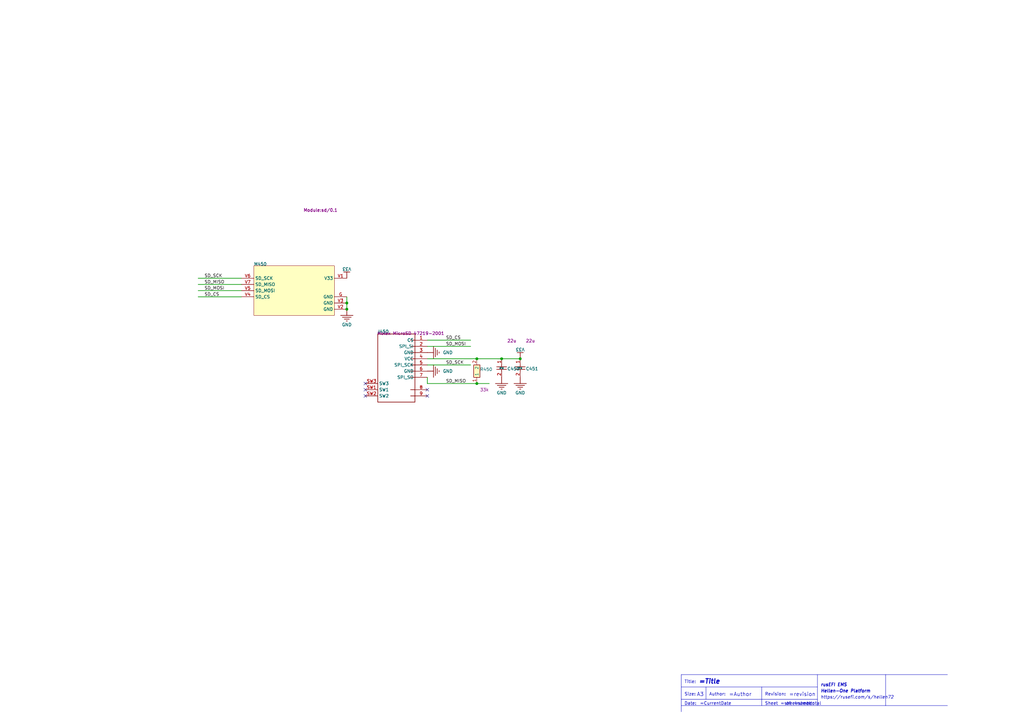
<source format=kicad_sch>
(kicad_sch (version 20210126) (generator eeschema)
  (paper "A3")
  (title_block (title "Hellen-One SD-Card") (rev "0.1"))
  (lib_symbols
    (symbol "hellen1-sd-altium-import:0_Cap"
      (property "Value" "0_Cap" (at 0 0 0))
      (symbol "0_Cap_1_0"
        (polyline (pts (xy 2.032 -4.318) (xy -2.032 -4.318)) (stroke (width 0.254)))
        (polyline (pts (xy -2.032 -3.302) (xy 2.032 -3.302)) (stroke (width 0.254)))
        (polyline (pts (xy 0 -2.54) (xy 0 -3.302)) (stroke (width 0.254)))
        (polyline (pts (xy 0 -5.08) (xy 0 -4.318)) (stroke (width 0.254)))
        (pin passive line (at 0 0 270) (length 2.54) (name "1") (number "1"))
        (pin passive line (at 0 -7.62 90) (length 2.54) (name "2") (number "2"))
      )
    )
    (symbol "hellen1-sd-altium-import:0_Mod-Hellen-SD"
      (property "Value" "0_Mod-Hellen-SD" (at 0 0 0))
      (symbol "0_Mod-Hellen-SD_1_0"
        (rectangle (start 33.02 0) (end 0 -20.32) (fill (type background)))
        (pin passive line (at 38.1 -5.08 180) (length 5.08) (name "V33") (number "V1"))
        (pin passive line (at 38.1 -17.78 180) (length 5.08) (name "GND") (number "V2"))
        (pin passive line (at 38.1 -15.24 180) (length 5.08) (name "GND") (number "V3"))
        (pin passive line (at -5.08 -12.7 0) (length 5.08) (name "SD_CS") (number "V4"))
        (pin passive line (at -5.08 -10.16 0) (length 5.08) (name "SD_MOSI") (number "V5"))
        (pin passive line (at -5.08 -5.08 0) (length 5.08) (name "SD_SCK") (number "V6"))
        (pin passive line (at -5.08 -7.62 0) (length 5.08) (name "SD_MISO") (number "V7"))
        (pin passive line (at 38.1 -12.7 180) (length 5.08) (name "GND") (number "G"))
      )
    )
    (symbol "hellen1-sd-altium-import:0_SD_CARD"
      (property "Value" "0_SD_CARD" (at 0 0 0))
      (symbol "0_SD_CARD_1_0"
        (polyline (pts (xy 15.24 -2.54) (xy 13.462 -2.54)) (stroke (width 0.254)))
        (polyline (pts (xy 15.24 2.54) (xy 13.462 2.54)) (stroke (width 0.254)))
        (polyline (pts (xy 15.24 0) (xy 13.462 0)) (stroke (width 0.254)))
        (polyline (pts (xy 15.24 5.08) (xy 13.462 5.08)) (stroke (width 0.254)))
        (polyline (pts (xy 15.24 -10.16) (xy 13.462 -10.16)) (stroke (width 0.254)))
        (polyline (pts (xy 15.24 7.62) (xy 13.462 7.62)) (stroke (width 0.254)))
        (polyline (pts (xy 15.24 12.7) (xy 13.462 12.7)) (stroke (width 0.254)))
        (polyline (pts (xy 15.24 10.16) (xy 13.462 10.16)) (stroke (width 0.254)))
        (polyline (pts (xy 15.24 -7.62) (xy 13.462 -7.62)) (stroke (width 0.254)))
        (polyline (pts (xy 15.24 -12.7) (xy 0 -12.7) (xy 0 15.24) (xy 15.24 15.24) (xy 15.24 -12.7)) (stroke (width 0.254)))
        (pin passive line (at -5.08 -5.08 0) (length 5.08) (name "SW3") (number "SW3"))
        (pin passive line (at -5.08 -10.16 0) (length 5.08) (name "SW2") (number "SW2"))
        (pin passive line (at -5.08 -7.62 0) (length 5.08) (name "SW1") (number "SW1"))
        (pin input line (at 20.32 10.16 180) (length 5.08) (name "SPI_SI") (number "2"))
        (pin power_in line (at 20.32 7.62 180) (length 5.08) (name "GND") (number "3"))
        (pin power_in line (at 20.32 5.08 180) (length 5.08) (name "VCC") (number "4"))
        (pin input line (at 20.32 2.54 180) (length 5.08) (name "SPI_SCK") (number "5"))
        (pin power_in line (at 20.32 0 180) (length 5.08) (name "GND") (number "6"))
        (pin output line (at 20.32 -2.54 180) (length 5.08) (name "SPI_SO") (number "7"))
        (pin passive line (at 20.32 -10.16 180) (length 5.08) (name "") (number "9"))
        (pin input line (at 20.32 12.7 180) (length 5.08) (name "CS") (number "1"))
        (pin passive line (at 20.32 -7.62 180) (length 5.08) (name "") (number "8"))
      )
    )
    (symbol "hellen1-sd-altium-import:2_Res"
      (property "Value" "2_Res" (at 0 0 0))
      (symbol "2_Res_1_0"
        (rectangle (start 1.27 7.62) (end -1.27 2.54) (stroke (width 0.254)) (fill (type background)))
        (pin passive line (at 0 10.16 270) (length 2.54) (name "2") (number "2"))
        (pin passive line (at 0 0 90) (length 2.54) (name "1") (number "1"))
      )
    )
    (symbol "hellen1-sd-altium-import:GND" (power)
      (property "Reference" "#PWR" (at 0 0 0))
      (property "Value" "GND" (at 0 6.35 0))
      (symbol "GND_0_0"
        (polyline (pts (xy 0 0) (xy 0 -2.54)) (stroke (width 0.254)))
        (polyline (pts (xy -2.54 -2.54) (xy 2.54 -2.54)) (stroke (width 0.254)))
        (polyline (pts (xy -1.778 -3.302) (xy 1.778 -3.302)) (stroke (width 0.254)))
        (polyline (pts (xy -1.016 -4.064) (xy 1.016 -4.064)) (stroke (width 0.254)))
        (polyline (pts (xy -0.254 -4.826) (xy 0.254 -4.826)) (stroke (width 0.254)))
        (pin power_in line (at 0 0 0) (length 0) hide (name "GND") (number ""))
      )
    )
    (symbol "hellen1-sd-altium-import:V33" (power)
      (property "Reference" "#PWR" (at 0 0 0))
      (property "Value" "V33" (at 0 3.81 0))
      (symbol "V33_0_0"
        (polyline (pts (xy 0 0) (xy 0 -2.54)) (stroke (width 0.254)))
        (polyline (pts (xy -1.27 -2.54) (xy 1.27 -2.54)) (stroke (width 0.254)))
        (pin power_in line (at 0 0 0) (length 0) hide (name "V33") (number ""))
      )
    )
  )
  (junction (at 142.24 124.2822) (diameter 1.016))
  (junction (at 142.24 126.8222) (diameter 1.016))
  (junction (at 195.58 147.1422) (diameter 1.016))
  (junction (at 195.58 157.3022) (diameter 1.016))
  (junction (at 205.74 147.1422) (diameter 1.016))
  (junction (at 213.36 147.1422) (diameter 1.016))
  (no_connect (at 149.86 157.3022))
  (no_connect (at 149.86 159.8422))
  (no_connect (at 149.86 162.3822))
  (no_connect (at 175.26 159.8422))
  (no_connect (at 175.26 162.3822))
  (wire (pts (xy 99.06 114.1222) (xy 81.28 114.1222)) (stroke (width 0.254)))
  (wire (pts (xy 99.06 116.6622) (xy 81.28 116.6622)) (stroke (width 0.254)))
  (wire (pts (xy 99.06 119.2022) (xy 81.28 119.2022)) (stroke (width 0.254)))
  (wire (pts (xy 99.06 121.7422) (xy 81.28 121.7422)) (stroke (width 0.254)))
  (wire (pts (xy 142.24 124.2822) (xy 142.24 121.7422)) (stroke (width 0.254)))
  (wire (pts (xy 142.24 126.8222) (xy 142.24 124.2822)) (stroke (width 0.254)))
  (wire (pts (xy 175.26 139.5222) (xy 193.04 139.5222)) (stroke (width 0.254)))
  (wire (pts (xy 175.26 142.0622) (xy 193.04 142.0622)) (stroke (width 0.254)))
  (wire (pts (xy 175.26 149.6822) (xy 193.04 149.6822)) (stroke (width 0.254)))
  (wire (pts (xy 175.26 154.7622) (xy 175.26 157.3022)) (stroke (width 0.254)))
  (wire (pts (xy 175.26 157.3022) (xy 195.58 157.3022)) (stroke (width 0.254)))
  (wire (pts (xy 195.58 147.1422) (xy 175.26 147.1422)) (stroke (width 0.254)))
  (wire (pts (xy 195.58 157.3022) (xy 200.66 157.3022)) (stroke (width 0.254)))
  (wire (pts (xy 205.74 147.1422) (xy 195.58 147.1422)) (stroke (width 0.254)))
  (wire (pts (xy 213.36 147.1422) (xy 205.74 147.1422)) (stroke (width 0.254)))
  (polyline (pts (xy 279.4 276.6822) (xy 279.4 291.9222)) (stroke (width 0) (type solid)))
  (polyline (pts (xy 279.4 281.7622) (xy 335.28 281.7622)) (stroke (width 0) (type solid)))
  (polyline (pts (xy 279.4 286.8422) (xy 335.28 286.8422)) (stroke (width 0) (type solid)))
  (polyline (pts (xy 289.56 281.7622) (xy 289.56 286.8422)) (stroke (width 0) (type solid)))
  (polyline (pts (xy 312.42 281.7622) (xy 312.42 289.3822)) (stroke (width 0) (type solid)))
  (polyline (pts (xy 335.28 276.6822) (xy 335.28 289.3822)) (stroke (width 0) (type solid)))
  (polyline (pts (xy 363.22 276.6822) (xy 279.4 276.6822)) (stroke (width 0) (type solid)))
  (polyline (pts (xy 363.22 276.6822) (xy 363.22 289.3822)) (stroke (width 0) (type solid)))
  (polyline (pts (xy 363.22 289.3822) (xy 279.4 289.3822)) (stroke (width 0) (type solid)))
  (polyline (pts (xy 363.22 289.3822) (xy 388.62 289.3822)) (stroke (width 0) (type solid)))
  (polyline (pts (xy 388.62 276.6822) (xy 363.22 276.6822)) (stroke (width 0) (type solid)))
  (text "Title:" (at 280.67 280.4922 180) (effects (font (size 1.27 1.27)) (justify left bottom)))
  (text "Size:" (at 280.67 285.5722 180) (effects (font (size 1.27 1.27)) (justify left bottom)))
  (text "Date:" (at 280.67 289.3822 180) (effects (font (size 1.27 1.27)) (justify left bottom)))
  (text "A3" (at 285.75 285.8262 180) (effects (font (size 1.524 1.524)) (justify left bottom)))
  (text "=Title" (at 286.512 280.7462 180) (effects (font (size 1.905 1.905) bold italic) (justify left bottom)))
  (text "=CurrentDate" (at 287.02 289.3822 180) (effects (font (size 1.27 1.27)) (justify left bottom)))
  (text "Author:" (at 290.83 285.5722 180) (effects (font (size 1.27 1.27)) (justify left bottom)))
  (text "=Author" (at 298.958 285.8262 180) (effects (font (size 1.524 1.524)) (justify left bottom)))
  (text "Revision:" (at 313.69 285.5722 180) (effects (font (size 1.27 1.27)) (justify left bottom)))
  (text "Sheet" (at 313.69 289.3822 180) (effects (font (size 1.27 1.27)) (justify left bottom)))
  (text "=sheetnumber" (at 320.04 289.3822 180) (effects (font (size 1.27 1.27)) (justify left bottom)))
  (text "of" (at 322.326 289.3822 180) (effects (font (size 1.27 1.27)) (justify left bottom)))
  (text "=revision" (at 323.596 285.8262 180) (effects (font (size 1.524 1.524)) (justify left bottom)))
  (text "=sheettotal" (at 325.628 289.3822 180) (effects (font (size 1.27 1.27)) (justify left bottom)))
  (text "rusEFI EMS" (at 336.55 281.7622 180) (effects (font (size 1.27 1.27) bold italic) (justify left bottom)))
  (text "Hellen-One Platform" (at 336.55 284.3022 180) (effects (font (size 1.27 1.27) bold italic) (justify left bottom)))
  (text "https://rusefi.com/s/hellen72" (at 336.55 286.8422 180) (effects (font (size 1.27 1.27) italic) (justify left bottom)))
  (label "SD_SCK" (at 83.82 114.1222 0))
  (label "SD_MISO" (at 83.82 116.6622 0))
  (label "SD_MOSI" (at 83.82 119.2022 0))
  (label "SD_CS" (at 83.82 121.7422 0))
  (label "SD_CS" (at 182.88 139.5222 0))
  (label "SD_MOSI" (at 182.88 142.0622 0))
  (label "SD_SCK" (at 182.88 149.6822 0))
  (label "SD_MISO" (at 182.88 157.3022 0))
  (symbol (lib_id "hellen1-sd-altium-import:V33") (at 142.24 114.1222 180) (unit 1)
    (property "Reference" "#PWR?" (effects hide))
    (property "Value" "V33" (at 142.24 110.3122 -180))
  )
  (symbol (lib_id "hellen1-sd-altium-import:V33") (at 213.36 147.1422 180) (unit 1)
    (property "Reference" "#PWR?" (effects hide))
    (property "Value" "V33" (at 213.36 143.3322 -180))
  )
  (symbol (lib_id "hellen1-sd-altium-import:GND") (at 142.24 126.8222 0) (unit 1)
    (property "Reference" "#PWR?" (effects hide))
    (property "Value" "GND" (at 142.24 133.1722 0))
  )
  (symbol (lib_id "hellen1-sd-altium-import:GND") (at 175.26 144.6022 90) (unit 1)
    (property "Reference" "#PWR?" (effects hide))
    (property "Value" "GND" (at 181.61 144.6022 -90) (effects (justify left)))
  )
  (symbol (lib_id "hellen1-sd-altium-import:GND") (at 175.26 152.2222 90) (unit 1)
    (property "Reference" "#PWR?" (effects hide))
    (property "Value" "GND" (at 181.61 152.2222 -90) (effects (justify left)))
  )
  (symbol (lib_id "hellen1-sd-altium-import:GND") (at 205.74 154.7622 0) (unit 1)
    (property "Reference" "#PWR?" (effects hide))
    (property "Value" "GND" (at 205.74 161.1122 0))
  )
  (symbol (lib_id "hellen1-sd-altium-import:GND") (at 213.36 154.7622 0) (unit 1)
    (property "Reference" "#PWR?" (effects hide))
    (property "Value" "GND" (at 213.36 161.1122 0))
  )
  (symbol (lib_id "hellen1-sd-altium-import:2_Res") (at 195.58 157.3022 0) (unit 1)
    (property "Reference" "R450" (at 196.85 152.2222 0) (effects (justify left bottom)))
    (property "Fitted" "True" (effects hide))
    (property "Optional" "*" (effects hide))
    (property "PackageReference" "R0603" (effects hide))
    (property "Type" "SMD" (effects hide))
    (property "Supplier Part Number 1" "*" (effects hide))
    (property "Supplier Part Number 2" "*" (effects hide))
    (property "Supplier Part Number 3" "C4216" (effects hide))
    (property "Supplier 1" "Mouser" (effects hide))
    (property "Supplier 2" "DigiKey" (effects hide))
    (property "Supplier 3" "LCSC" (effects hide))
    (property "Comment" "33k" (at 196.85 159.8422 0) (effects (justify left)))
  )
  (symbol (lib_id "hellen1-sd-altium-import:0_Cap") (at 205.74 147.1422 0) (unit 1)
    (property "Reference" "C450" (at 208.026 151.9682 0) (effects (justify left bottom)))
    (property "Fitted" "True" (effects hide))
    (property "Supplier Part Number 1" "710-885012207079" (effects hide))
    (property "Supplier Part Number 2" "732-7673-1-ND" (effects hide))
    (property "Supplier 1" "Mouser" (effects hide))
    (property "Supplier 2" "Digi-Key" (effects hide))
    (property "PackageReference" "C0603" (effects hide))
    (property "Supplier Part Number 3" "C59461" (effects hide))
    (property "Type" "SMD" (effects hide))
    (property "Supplier 3" "LCSC" (effects hide))
    (property "Comment" "22u" (at 208.026 139.7762 0) (effects (justify left)))
  )
  (symbol (lib_id "hellen1-sd-altium-import:0_Cap") (at 213.36 147.1422 0) (unit 1)
    (property "Reference" "C451" (at 215.646 151.9682 0) (effects (justify left bottom)))
    (property "Fitted" "True" (effects hide))
    (property "Supplier Part Number 1" "710-885012207079" (effects hide))
    (property "Supplier Part Number 2" "732-7673-1-ND" (effects hide))
    (property "Supplier 1" "Mouser" (effects hide))
    (property "Supplier 2" "Digi-Key" (effects hide))
    (property "PackageReference" "C0603" (effects hide))
    (property "Supplier Part Number 3" "C59461" (effects hide))
    (property "Type" "SMD" (effects hide))
    (property "Supplier 3" "LCSC" (effects hide))
    (property "Comment" "22u" (at 215.646 139.7762 0) (effects (justify left)))
  )
  (symbol (lib_id "hellen1-sd-altium-import:0_SD_CARD") (at 154.94 152.2222 0) (unit 1)
    (property "Reference" "J450" (at 154.686 136.7282 0) (effects (justify left bottom)))
    (property "Published" "21-Sep-2007" (effects hide))
    (property "PackageVersion" "2006" (effects hide))
    (property "PackageReference" "SDAMB-012" (effects hide))
    (property "Publisher" "Altium Limited" (effects hide))
    (property "PackageDescription" "SD Card without Cover, SM, 9 Position, Right Angle, Body 23.3 x 27.4 x 3.4 mm (LxWxH)" (effects hide))
    (property "PCB_Layout" "Complies with manufacturer's recommendation." (effects hide))
    (property "Note" "SD and MMC full compatible" (effects hide))
    (property "Fitted" "False" (effects hide))
    (property "Supplier Part Number 3" "*" (effects hide))
    (property "Supplier Part Number 2" "*" (effects hide))
    (property "Supplier Part Number 1" "*" (effects hide))
    (property "Supplier 1" "Mouser" (effects hide))
    (property "Supplier 2" "DigiKey" (effects hide))
    (property "Supplier 3" "LCSC" (effects hide))
    (property "Type" "SMD" (effects hide))
    (property "Comment" "Molex MicroSD 47219-2001" (at 154.686 136.7282 0) (effects (justify left)))
  )
  (symbol (lib_id "hellen1-sd-altium-import:0_Mod-Hellen-SD") (at 104.14 109.0422 0) (unit 1)
    (property "Reference" "M450" (at 104.14 109.0422 0) (effects (justify left bottom)))
    (property "Publisher" "andreika" (effects hide))
    (property "Supplier Part Number 1" "*" (effects hide))
    (property "Supplier Part Number 2" "*" (effects hide))
    (property "Supplier 1" "Mouser" (effects hide))
    (property "Supplier 2" "Digi-Key" (effects hide))
    (property "Fitted" "False" (effects hide))
    (property "Supplier 3" "LCSC" (effects hide))
    (property "Type" "Module" (effects hide))
    (property "Comment" "Module:sd/0.1" (at 124.46 86.1822 0) (effects (justify left)))
  )
)
</source>
